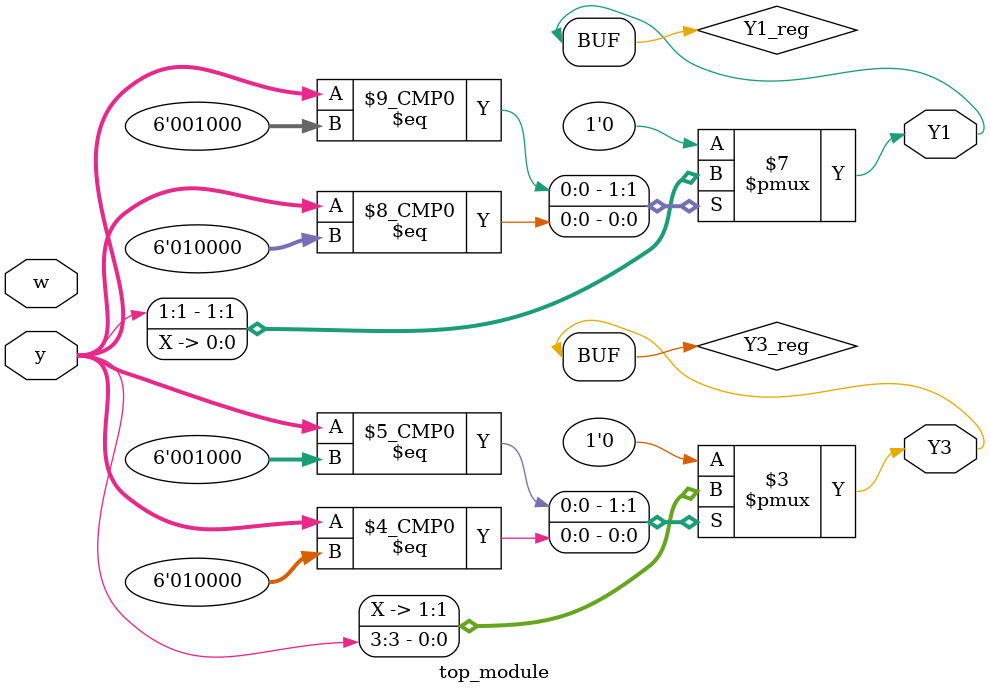
<source format=sv>
module top_module (
  input [5:0] y,
  input w,
  output Y1,
  output Y3
);

  reg Y1_reg;
  reg Y3_reg;
  always @(y) begin
    case(y)
      6'b001000: Y1_reg <= y[1];
      6'b010000: Y3_reg <= y[3];
      default:    begin Y1_reg <= 1'b0; Y3_reg <= 1'b0; end
    endcase
  end

  assign Y1 = Y1_reg;
  assign Y3 = Y3_reg;

endmodule

</source>
